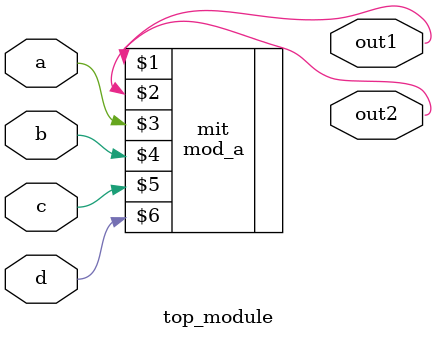
<source format=v>
module top_module ( 
    input a, 
    input b, 
    input c,
    input d,
    output out1,
    output out2
);
     mod_a mit(out1,out2,a,b,c,d);

endmodule

</source>
